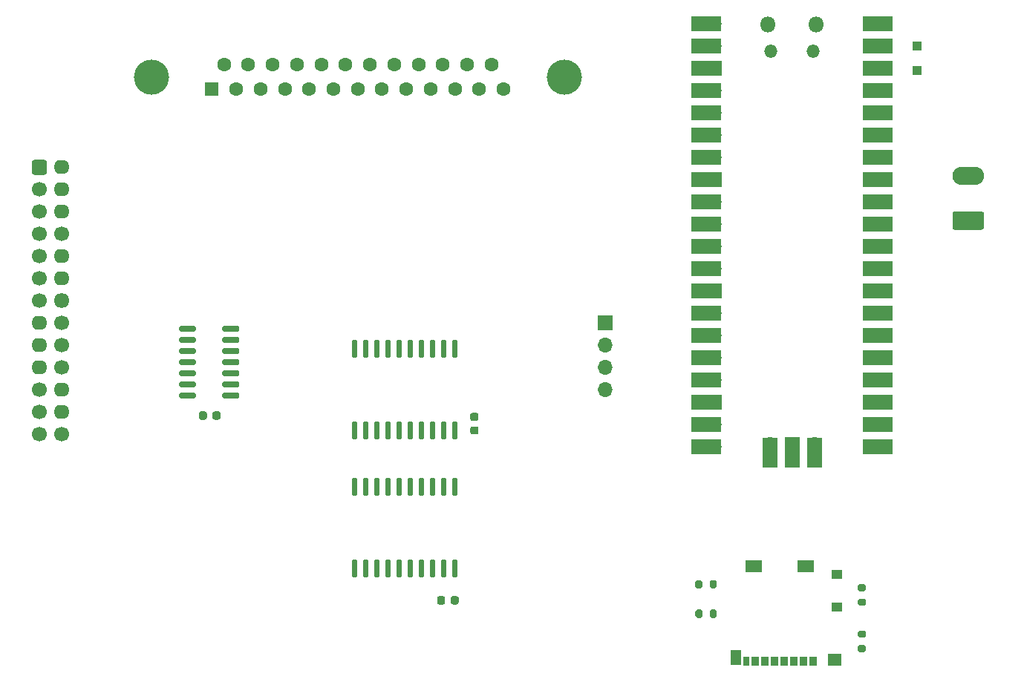
<source format=gbr>
%TF.GenerationSoftware,KiCad,Pcbnew,(5.1.10)-1*%
%TF.CreationDate,2021-08-27T13:44:28+02:00*%
%TF.ProjectId,Pico-profile,5069636f-2d70-4726-9f66-696c652e6b69,rev?*%
%TF.SameCoordinates,Original*%
%TF.FileFunction,Soldermask,Top*%
%TF.FilePolarity,Negative*%
%FSLAX46Y46*%
G04 Gerber Fmt 4.6, Leading zero omitted, Abs format (unit mm)*
G04 Created by KiCad (PCBNEW (5.1.10)-1) date 2021-08-27 13:44:28*
%MOMM*%
%LPD*%
G01*
G04 APERTURE LIST*
%ADD10R,1.100000X1.100000*%
%ADD11O,3.600000X2.080000*%
%ADD12C,1.700000*%
%ADD13O,1.800000X1.600000*%
%ADD14O,1.800000X1.650000*%
%ADD15C,4.000000*%
%ADD16C,1.600000*%
%ADD17R,1.600000X1.600000*%
%ADD18R,1.900000X1.350000*%
%ADD19R,1.200000X1.000000*%
%ADD20R,1.550000X1.350000*%
%ADD21R,1.170000X1.800000*%
%ADD22R,0.850000X1.100000*%
%ADD23R,0.750000X1.100000*%
%ADD24O,1.700000X1.700000*%
%ADD25R,1.700000X3.500000*%
%ADD26R,1.700000X1.700000*%
%ADD27O,1.500000X1.500000*%
%ADD28O,1.800000X1.800000*%
%ADD29R,3.500000X1.700000*%
G04 APERTURE END LIST*
D10*
%TO.C,D1*%
X206151480Y-64536320D03*
X206151480Y-61736320D03*
%TD*%
D11*
%TO.C,J5*%
X211957920Y-76565760D03*
G36*
G01*
X213507921Y-82685760D02*
X210407919Y-82685760D01*
G75*
G02*
X210157920Y-82435761I0J249999D01*
G01*
X210157920Y-80855759D01*
G75*
G02*
X210407919Y-80605760I249999J0D01*
G01*
X213507921Y-80605760D01*
G75*
G02*
X213757920Y-80855759I0J-249999D01*
G01*
X213757920Y-82435761D01*
G75*
G02*
X213507921Y-82685760I-249999J0D01*
G01*
G37*
%TD*%
D12*
%TO.C,J1*%
X108585000Y-106045000D03*
D13*
X108585000Y-103505000D03*
X108585000Y-100965000D03*
D12*
X108585000Y-98425000D03*
X108585000Y-95885000D03*
X108585000Y-93345000D03*
D14*
X108585000Y-90805000D03*
D13*
X108585000Y-88265000D03*
X108585000Y-85725000D03*
D12*
X108585000Y-83185000D03*
D13*
X108585000Y-80645000D03*
X108585000Y-78105000D03*
X108585000Y-75565000D03*
D12*
X106045000Y-106045000D03*
X106045000Y-103505000D03*
X106045000Y-100965000D03*
D13*
X106045000Y-98425000D03*
X106045000Y-95885000D03*
X106045000Y-93345000D03*
D12*
X106045000Y-90805000D03*
X106045000Y-88265000D03*
X106045000Y-85725000D03*
X106045000Y-83185000D03*
X106045000Y-80645000D03*
X106045000Y-78105000D03*
G36*
G01*
X105195000Y-76165000D02*
X105195000Y-74965000D01*
G75*
G02*
X105445000Y-74715000I250000J0D01*
G01*
X106645000Y-74715000D01*
G75*
G02*
X106895000Y-74965000I0J-250000D01*
G01*
X106895000Y-76165000D01*
G75*
G02*
X106645000Y-76415000I-250000J0D01*
G01*
X105445000Y-76415000D01*
G75*
G02*
X105195000Y-76165000I0J250000D01*
G01*
G37*
%TD*%
D15*
%TO.C,J2*%
X118800000Y-65255000D03*
X165900000Y-65255000D03*
D16*
X157585000Y-63835000D03*
X154815000Y-63835000D03*
X152045000Y-63835000D03*
X149275000Y-63835000D03*
X146505000Y-63835000D03*
X143735000Y-63835000D03*
X140965000Y-63835000D03*
X138195000Y-63835000D03*
X135425000Y-63835000D03*
X132655000Y-63835000D03*
X129885000Y-63835000D03*
X127115000Y-63835000D03*
X158970000Y-66675000D03*
X156200000Y-66675000D03*
X153430000Y-66675000D03*
X150660000Y-66675000D03*
X147890000Y-66675000D03*
X145120000Y-66675000D03*
X142350000Y-66675000D03*
X139580000Y-66675000D03*
X136810000Y-66675000D03*
X134040000Y-66675000D03*
X131270000Y-66675000D03*
X128500000Y-66675000D03*
D17*
X125730000Y-66675000D03*
%TD*%
%TO.C,U3*%
G36*
G01*
X153266000Y-120289000D02*
X153566000Y-120289000D01*
G75*
G02*
X153716000Y-120439000I0J-150000D01*
G01*
X153716000Y-122189000D01*
G75*
G02*
X153566000Y-122339000I-150000J0D01*
G01*
X153266000Y-122339000D01*
G75*
G02*
X153116000Y-122189000I0J150000D01*
G01*
X153116000Y-120439000D01*
G75*
G02*
X153266000Y-120289000I150000J0D01*
G01*
G37*
G36*
G01*
X151996000Y-120289000D02*
X152296000Y-120289000D01*
G75*
G02*
X152446000Y-120439000I0J-150000D01*
G01*
X152446000Y-122189000D01*
G75*
G02*
X152296000Y-122339000I-150000J0D01*
G01*
X151996000Y-122339000D01*
G75*
G02*
X151846000Y-122189000I0J150000D01*
G01*
X151846000Y-120439000D01*
G75*
G02*
X151996000Y-120289000I150000J0D01*
G01*
G37*
G36*
G01*
X150726000Y-120289000D02*
X151026000Y-120289000D01*
G75*
G02*
X151176000Y-120439000I0J-150000D01*
G01*
X151176000Y-122189000D01*
G75*
G02*
X151026000Y-122339000I-150000J0D01*
G01*
X150726000Y-122339000D01*
G75*
G02*
X150576000Y-122189000I0J150000D01*
G01*
X150576000Y-120439000D01*
G75*
G02*
X150726000Y-120289000I150000J0D01*
G01*
G37*
G36*
G01*
X149456000Y-120289000D02*
X149756000Y-120289000D01*
G75*
G02*
X149906000Y-120439000I0J-150000D01*
G01*
X149906000Y-122189000D01*
G75*
G02*
X149756000Y-122339000I-150000J0D01*
G01*
X149456000Y-122339000D01*
G75*
G02*
X149306000Y-122189000I0J150000D01*
G01*
X149306000Y-120439000D01*
G75*
G02*
X149456000Y-120289000I150000J0D01*
G01*
G37*
G36*
G01*
X148186000Y-120289000D02*
X148486000Y-120289000D01*
G75*
G02*
X148636000Y-120439000I0J-150000D01*
G01*
X148636000Y-122189000D01*
G75*
G02*
X148486000Y-122339000I-150000J0D01*
G01*
X148186000Y-122339000D01*
G75*
G02*
X148036000Y-122189000I0J150000D01*
G01*
X148036000Y-120439000D01*
G75*
G02*
X148186000Y-120289000I150000J0D01*
G01*
G37*
G36*
G01*
X146916000Y-120289000D02*
X147216000Y-120289000D01*
G75*
G02*
X147366000Y-120439000I0J-150000D01*
G01*
X147366000Y-122189000D01*
G75*
G02*
X147216000Y-122339000I-150000J0D01*
G01*
X146916000Y-122339000D01*
G75*
G02*
X146766000Y-122189000I0J150000D01*
G01*
X146766000Y-120439000D01*
G75*
G02*
X146916000Y-120289000I150000J0D01*
G01*
G37*
G36*
G01*
X145646000Y-120289000D02*
X145946000Y-120289000D01*
G75*
G02*
X146096000Y-120439000I0J-150000D01*
G01*
X146096000Y-122189000D01*
G75*
G02*
X145946000Y-122339000I-150000J0D01*
G01*
X145646000Y-122339000D01*
G75*
G02*
X145496000Y-122189000I0J150000D01*
G01*
X145496000Y-120439000D01*
G75*
G02*
X145646000Y-120289000I150000J0D01*
G01*
G37*
G36*
G01*
X144376000Y-120289000D02*
X144676000Y-120289000D01*
G75*
G02*
X144826000Y-120439000I0J-150000D01*
G01*
X144826000Y-122189000D01*
G75*
G02*
X144676000Y-122339000I-150000J0D01*
G01*
X144376000Y-122339000D01*
G75*
G02*
X144226000Y-122189000I0J150000D01*
G01*
X144226000Y-120439000D01*
G75*
G02*
X144376000Y-120289000I150000J0D01*
G01*
G37*
G36*
G01*
X143106000Y-120289000D02*
X143406000Y-120289000D01*
G75*
G02*
X143556000Y-120439000I0J-150000D01*
G01*
X143556000Y-122189000D01*
G75*
G02*
X143406000Y-122339000I-150000J0D01*
G01*
X143106000Y-122339000D01*
G75*
G02*
X142956000Y-122189000I0J150000D01*
G01*
X142956000Y-120439000D01*
G75*
G02*
X143106000Y-120289000I150000J0D01*
G01*
G37*
G36*
G01*
X141836000Y-120289000D02*
X142136000Y-120289000D01*
G75*
G02*
X142286000Y-120439000I0J-150000D01*
G01*
X142286000Y-122189000D01*
G75*
G02*
X142136000Y-122339000I-150000J0D01*
G01*
X141836000Y-122339000D01*
G75*
G02*
X141686000Y-122189000I0J150000D01*
G01*
X141686000Y-120439000D01*
G75*
G02*
X141836000Y-120289000I150000J0D01*
G01*
G37*
G36*
G01*
X141836000Y-110989000D02*
X142136000Y-110989000D01*
G75*
G02*
X142286000Y-111139000I0J-150000D01*
G01*
X142286000Y-112889000D01*
G75*
G02*
X142136000Y-113039000I-150000J0D01*
G01*
X141836000Y-113039000D01*
G75*
G02*
X141686000Y-112889000I0J150000D01*
G01*
X141686000Y-111139000D01*
G75*
G02*
X141836000Y-110989000I150000J0D01*
G01*
G37*
G36*
G01*
X143106000Y-110989000D02*
X143406000Y-110989000D01*
G75*
G02*
X143556000Y-111139000I0J-150000D01*
G01*
X143556000Y-112889000D01*
G75*
G02*
X143406000Y-113039000I-150000J0D01*
G01*
X143106000Y-113039000D01*
G75*
G02*
X142956000Y-112889000I0J150000D01*
G01*
X142956000Y-111139000D01*
G75*
G02*
X143106000Y-110989000I150000J0D01*
G01*
G37*
G36*
G01*
X144376000Y-110989000D02*
X144676000Y-110989000D01*
G75*
G02*
X144826000Y-111139000I0J-150000D01*
G01*
X144826000Y-112889000D01*
G75*
G02*
X144676000Y-113039000I-150000J0D01*
G01*
X144376000Y-113039000D01*
G75*
G02*
X144226000Y-112889000I0J150000D01*
G01*
X144226000Y-111139000D01*
G75*
G02*
X144376000Y-110989000I150000J0D01*
G01*
G37*
G36*
G01*
X145646000Y-110989000D02*
X145946000Y-110989000D01*
G75*
G02*
X146096000Y-111139000I0J-150000D01*
G01*
X146096000Y-112889000D01*
G75*
G02*
X145946000Y-113039000I-150000J0D01*
G01*
X145646000Y-113039000D01*
G75*
G02*
X145496000Y-112889000I0J150000D01*
G01*
X145496000Y-111139000D01*
G75*
G02*
X145646000Y-110989000I150000J0D01*
G01*
G37*
G36*
G01*
X146916000Y-110989000D02*
X147216000Y-110989000D01*
G75*
G02*
X147366000Y-111139000I0J-150000D01*
G01*
X147366000Y-112889000D01*
G75*
G02*
X147216000Y-113039000I-150000J0D01*
G01*
X146916000Y-113039000D01*
G75*
G02*
X146766000Y-112889000I0J150000D01*
G01*
X146766000Y-111139000D01*
G75*
G02*
X146916000Y-110989000I150000J0D01*
G01*
G37*
G36*
G01*
X148186000Y-110989000D02*
X148486000Y-110989000D01*
G75*
G02*
X148636000Y-111139000I0J-150000D01*
G01*
X148636000Y-112889000D01*
G75*
G02*
X148486000Y-113039000I-150000J0D01*
G01*
X148186000Y-113039000D01*
G75*
G02*
X148036000Y-112889000I0J150000D01*
G01*
X148036000Y-111139000D01*
G75*
G02*
X148186000Y-110989000I150000J0D01*
G01*
G37*
G36*
G01*
X149456000Y-110989000D02*
X149756000Y-110989000D01*
G75*
G02*
X149906000Y-111139000I0J-150000D01*
G01*
X149906000Y-112889000D01*
G75*
G02*
X149756000Y-113039000I-150000J0D01*
G01*
X149456000Y-113039000D01*
G75*
G02*
X149306000Y-112889000I0J150000D01*
G01*
X149306000Y-111139000D01*
G75*
G02*
X149456000Y-110989000I150000J0D01*
G01*
G37*
G36*
G01*
X150726000Y-110989000D02*
X151026000Y-110989000D01*
G75*
G02*
X151176000Y-111139000I0J-150000D01*
G01*
X151176000Y-112889000D01*
G75*
G02*
X151026000Y-113039000I-150000J0D01*
G01*
X150726000Y-113039000D01*
G75*
G02*
X150576000Y-112889000I0J150000D01*
G01*
X150576000Y-111139000D01*
G75*
G02*
X150726000Y-110989000I150000J0D01*
G01*
G37*
G36*
G01*
X151996000Y-110989000D02*
X152296000Y-110989000D01*
G75*
G02*
X152446000Y-111139000I0J-150000D01*
G01*
X152446000Y-112889000D01*
G75*
G02*
X152296000Y-113039000I-150000J0D01*
G01*
X151996000Y-113039000D01*
G75*
G02*
X151846000Y-112889000I0J150000D01*
G01*
X151846000Y-111139000D01*
G75*
G02*
X151996000Y-110989000I150000J0D01*
G01*
G37*
G36*
G01*
X153266000Y-110989000D02*
X153566000Y-110989000D01*
G75*
G02*
X153716000Y-111139000I0J-150000D01*
G01*
X153716000Y-112889000D01*
G75*
G02*
X153566000Y-113039000I-150000J0D01*
G01*
X153266000Y-113039000D01*
G75*
G02*
X153116000Y-112889000I0J150000D01*
G01*
X153116000Y-111139000D01*
G75*
G02*
X153266000Y-110989000I150000J0D01*
G01*
G37*
%TD*%
%TO.C,U2*%
G36*
G01*
X153266000Y-104541000D02*
X153566000Y-104541000D01*
G75*
G02*
X153716000Y-104691000I0J-150000D01*
G01*
X153716000Y-106441000D01*
G75*
G02*
X153566000Y-106591000I-150000J0D01*
G01*
X153266000Y-106591000D01*
G75*
G02*
X153116000Y-106441000I0J150000D01*
G01*
X153116000Y-104691000D01*
G75*
G02*
X153266000Y-104541000I150000J0D01*
G01*
G37*
G36*
G01*
X151996000Y-104541000D02*
X152296000Y-104541000D01*
G75*
G02*
X152446000Y-104691000I0J-150000D01*
G01*
X152446000Y-106441000D01*
G75*
G02*
X152296000Y-106591000I-150000J0D01*
G01*
X151996000Y-106591000D01*
G75*
G02*
X151846000Y-106441000I0J150000D01*
G01*
X151846000Y-104691000D01*
G75*
G02*
X151996000Y-104541000I150000J0D01*
G01*
G37*
G36*
G01*
X150726000Y-104541000D02*
X151026000Y-104541000D01*
G75*
G02*
X151176000Y-104691000I0J-150000D01*
G01*
X151176000Y-106441000D01*
G75*
G02*
X151026000Y-106591000I-150000J0D01*
G01*
X150726000Y-106591000D01*
G75*
G02*
X150576000Y-106441000I0J150000D01*
G01*
X150576000Y-104691000D01*
G75*
G02*
X150726000Y-104541000I150000J0D01*
G01*
G37*
G36*
G01*
X149456000Y-104541000D02*
X149756000Y-104541000D01*
G75*
G02*
X149906000Y-104691000I0J-150000D01*
G01*
X149906000Y-106441000D01*
G75*
G02*
X149756000Y-106591000I-150000J0D01*
G01*
X149456000Y-106591000D01*
G75*
G02*
X149306000Y-106441000I0J150000D01*
G01*
X149306000Y-104691000D01*
G75*
G02*
X149456000Y-104541000I150000J0D01*
G01*
G37*
G36*
G01*
X148186000Y-104541000D02*
X148486000Y-104541000D01*
G75*
G02*
X148636000Y-104691000I0J-150000D01*
G01*
X148636000Y-106441000D01*
G75*
G02*
X148486000Y-106591000I-150000J0D01*
G01*
X148186000Y-106591000D01*
G75*
G02*
X148036000Y-106441000I0J150000D01*
G01*
X148036000Y-104691000D01*
G75*
G02*
X148186000Y-104541000I150000J0D01*
G01*
G37*
G36*
G01*
X146916000Y-104541000D02*
X147216000Y-104541000D01*
G75*
G02*
X147366000Y-104691000I0J-150000D01*
G01*
X147366000Y-106441000D01*
G75*
G02*
X147216000Y-106591000I-150000J0D01*
G01*
X146916000Y-106591000D01*
G75*
G02*
X146766000Y-106441000I0J150000D01*
G01*
X146766000Y-104691000D01*
G75*
G02*
X146916000Y-104541000I150000J0D01*
G01*
G37*
G36*
G01*
X145646000Y-104541000D02*
X145946000Y-104541000D01*
G75*
G02*
X146096000Y-104691000I0J-150000D01*
G01*
X146096000Y-106441000D01*
G75*
G02*
X145946000Y-106591000I-150000J0D01*
G01*
X145646000Y-106591000D01*
G75*
G02*
X145496000Y-106441000I0J150000D01*
G01*
X145496000Y-104691000D01*
G75*
G02*
X145646000Y-104541000I150000J0D01*
G01*
G37*
G36*
G01*
X144376000Y-104541000D02*
X144676000Y-104541000D01*
G75*
G02*
X144826000Y-104691000I0J-150000D01*
G01*
X144826000Y-106441000D01*
G75*
G02*
X144676000Y-106591000I-150000J0D01*
G01*
X144376000Y-106591000D01*
G75*
G02*
X144226000Y-106441000I0J150000D01*
G01*
X144226000Y-104691000D01*
G75*
G02*
X144376000Y-104541000I150000J0D01*
G01*
G37*
G36*
G01*
X143106000Y-104541000D02*
X143406000Y-104541000D01*
G75*
G02*
X143556000Y-104691000I0J-150000D01*
G01*
X143556000Y-106441000D01*
G75*
G02*
X143406000Y-106591000I-150000J0D01*
G01*
X143106000Y-106591000D01*
G75*
G02*
X142956000Y-106441000I0J150000D01*
G01*
X142956000Y-104691000D01*
G75*
G02*
X143106000Y-104541000I150000J0D01*
G01*
G37*
G36*
G01*
X141836000Y-104541000D02*
X142136000Y-104541000D01*
G75*
G02*
X142286000Y-104691000I0J-150000D01*
G01*
X142286000Y-106441000D01*
G75*
G02*
X142136000Y-106591000I-150000J0D01*
G01*
X141836000Y-106591000D01*
G75*
G02*
X141686000Y-106441000I0J150000D01*
G01*
X141686000Y-104691000D01*
G75*
G02*
X141836000Y-104541000I150000J0D01*
G01*
G37*
G36*
G01*
X141836000Y-95241000D02*
X142136000Y-95241000D01*
G75*
G02*
X142286000Y-95391000I0J-150000D01*
G01*
X142286000Y-97141000D01*
G75*
G02*
X142136000Y-97291000I-150000J0D01*
G01*
X141836000Y-97291000D01*
G75*
G02*
X141686000Y-97141000I0J150000D01*
G01*
X141686000Y-95391000D01*
G75*
G02*
X141836000Y-95241000I150000J0D01*
G01*
G37*
G36*
G01*
X143106000Y-95241000D02*
X143406000Y-95241000D01*
G75*
G02*
X143556000Y-95391000I0J-150000D01*
G01*
X143556000Y-97141000D01*
G75*
G02*
X143406000Y-97291000I-150000J0D01*
G01*
X143106000Y-97291000D01*
G75*
G02*
X142956000Y-97141000I0J150000D01*
G01*
X142956000Y-95391000D01*
G75*
G02*
X143106000Y-95241000I150000J0D01*
G01*
G37*
G36*
G01*
X144376000Y-95241000D02*
X144676000Y-95241000D01*
G75*
G02*
X144826000Y-95391000I0J-150000D01*
G01*
X144826000Y-97141000D01*
G75*
G02*
X144676000Y-97291000I-150000J0D01*
G01*
X144376000Y-97291000D01*
G75*
G02*
X144226000Y-97141000I0J150000D01*
G01*
X144226000Y-95391000D01*
G75*
G02*
X144376000Y-95241000I150000J0D01*
G01*
G37*
G36*
G01*
X145646000Y-95241000D02*
X145946000Y-95241000D01*
G75*
G02*
X146096000Y-95391000I0J-150000D01*
G01*
X146096000Y-97141000D01*
G75*
G02*
X145946000Y-97291000I-150000J0D01*
G01*
X145646000Y-97291000D01*
G75*
G02*
X145496000Y-97141000I0J150000D01*
G01*
X145496000Y-95391000D01*
G75*
G02*
X145646000Y-95241000I150000J0D01*
G01*
G37*
G36*
G01*
X146916000Y-95241000D02*
X147216000Y-95241000D01*
G75*
G02*
X147366000Y-95391000I0J-150000D01*
G01*
X147366000Y-97141000D01*
G75*
G02*
X147216000Y-97291000I-150000J0D01*
G01*
X146916000Y-97291000D01*
G75*
G02*
X146766000Y-97141000I0J150000D01*
G01*
X146766000Y-95391000D01*
G75*
G02*
X146916000Y-95241000I150000J0D01*
G01*
G37*
G36*
G01*
X148186000Y-95241000D02*
X148486000Y-95241000D01*
G75*
G02*
X148636000Y-95391000I0J-150000D01*
G01*
X148636000Y-97141000D01*
G75*
G02*
X148486000Y-97291000I-150000J0D01*
G01*
X148186000Y-97291000D01*
G75*
G02*
X148036000Y-97141000I0J150000D01*
G01*
X148036000Y-95391000D01*
G75*
G02*
X148186000Y-95241000I150000J0D01*
G01*
G37*
G36*
G01*
X149456000Y-95241000D02*
X149756000Y-95241000D01*
G75*
G02*
X149906000Y-95391000I0J-150000D01*
G01*
X149906000Y-97141000D01*
G75*
G02*
X149756000Y-97291000I-150000J0D01*
G01*
X149456000Y-97291000D01*
G75*
G02*
X149306000Y-97141000I0J150000D01*
G01*
X149306000Y-95391000D01*
G75*
G02*
X149456000Y-95241000I150000J0D01*
G01*
G37*
G36*
G01*
X150726000Y-95241000D02*
X151026000Y-95241000D01*
G75*
G02*
X151176000Y-95391000I0J-150000D01*
G01*
X151176000Y-97141000D01*
G75*
G02*
X151026000Y-97291000I-150000J0D01*
G01*
X150726000Y-97291000D01*
G75*
G02*
X150576000Y-97141000I0J150000D01*
G01*
X150576000Y-95391000D01*
G75*
G02*
X150726000Y-95241000I150000J0D01*
G01*
G37*
G36*
G01*
X151996000Y-95241000D02*
X152296000Y-95241000D01*
G75*
G02*
X152446000Y-95391000I0J-150000D01*
G01*
X152446000Y-97141000D01*
G75*
G02*
X152296000Y-97291000I-150000J0D01*
G01*
X151996000Y-97291000D01*
G75*
G02*
X151846000Y-97141000I0J150000D01*
G01*
X151846000Y-95391000D01*
G75*
G02*
X151996000Y-95241000I150000J0D01*
G01*
G37*
G36*
G01*
X153266000Y-95241000D02*
X153566000Y-95241000D01*
G75*
G02*
X153716000Y-95391000I0J-150000D01*
G01*
X153716000Y-97141000D01*
G75*
G02*
X153566000Y-97291000I-150000J0D01*
G01*
X153266000Y-97291000D01*
G75*
G02*
X153116000Y-97141000I0J150000D01*
G01*
X153116000Y-95391000D01*
G75*
G02*
X153266000Y-95241000I150000J0D01*
G01*
G37*
%TD*%
D18*
%TO.C,J3*%
X187476400Y-121056400D03*
X193446400Y-121056400D03*
D19*
X196946400Y-125731400D03*
X196946400Y-122031400D03*
D20*
X196771400Y-131756400D03*
D21*
X185451400Y-131531400D03*
D22*
X187711400Y-131881400D03*
X188811400Y-131881400D03*
X189911400Y-131881400D03*
X191011400Y-131881400D03*
X192111400Y-131881400D03*
X193211400Y-131881400D03*
D23*
X186661400Y-131881400D03*
D22*
X194311400Y-131881400D03*
%TD*%
D24*
%TO.C,U7*%
X194411600Y-107212000D03*
D25*
X194411600Y-108112000D03*
D26*
X191871600Y-107212000D03*
D25*
X191871600Y-108112000D03*
D24*
X189331600Y-107212000D03*
D25*
X189331600Y-108112000D03*
D27*
X194296600Y-62342000D03*
X189446600Y-62342000D03*
D28*
X194596600Y-59312000D03*
X189146600Y-59312000D03*
D29*
X201661600Y-107442000D03*
X201661600Y-104902000D03*
X201661600Y-102362000D03*
X201661600Y-99822000D03*
X201661600Y-97282000D03*
X201661600Y-94742000D03*
X201661600Y-92202000D03*
X201661600Y-89662000D03*
X201661600Y-87122000D03*
X201661600Y-84582000D03*
X201661600Y-82042000D03*
X201661600Y-79502000D03*
X201661600Y-76962000D03*
X201661600Y-74422000D03*
X201661600Y-71882000D03*
X201661600Y-69342000D03*
X201661600Y-66802000D03*
X201661600Y-64262000D03*
X201661600Y-61722000D03*
X201661600Y-59182000D03*
X182081600Y-107442000D03*
X182081600Y-104902000D03*
X182081600Y-102362000D03*
X182081600Y-99822000D03*
X182081600Y-97282000D03*
X182081600Y-94742000D03*
X182081600Y-92202000D03*
X182081600Y-89662000D03*
X182081600Y-87122000D03*
X182081600Y-84582000D03*
X182081600Y-82042000D03*
X182081600Y-79502000D03*
X182081600Y-76962000D03*
X182081600Y-74422000D03*
X182081600Y-71882000D03*
X182081600Y-69342000D03*
X182081600Y-66802000D03*
X182081600Y-64262000D03*
X182081600Y-61722000D03*
X182081600Y-59182000D03*
D24*
X200761600Y-59182000D03*
X200761600Y-61722000D03*
D26*
X200761600Y-64262000D03*
D24*
X200761600Y-66802000D03*
X200761600Y-69342000D03*
X200761600Y-71882000D03*
X200761600Y-74422000D03*
D26*
X200761600Y-76962000D03*
D24*
X200761600Y-79502000D03*
X200761600Y-82042000D03*
X200761600Y-84582000D03*
X200761600Y-87122000D03*
D26*
X200761600Y-89662000D03*
D24*
X200761600Y-92202000D03*
X200761600Y-94742000D03*
X200761600Y-97282000D03*
X200761600Y-99822000D03*
D26*
X200761600Y-102362000D03*
D24*
X200761600Y-104902000D03*
X200761600Y-107442000D03*
X182981600Y-107442000D03*
X182981600Y-104902000D03*
D26*
X182981600Y-102362000D03*
D24*
X182981600Y-99822000D03*
X182981600Y-97282000D03*
X182981600Y-94742000D03*
X182981600Y-92202000D03*
D26*
X182981600Y-89662000D03*
D24*
X182981600Y-87122000D03*
X182981600Y-84582000D03*
X182981600Y-82042000D03*
X182981600Y-79502000D03*
D26*
X182981600Y-76962000D03*
D24*
X182981600Y-74422000D03*
X182981600Y-71882000D03*
X182981600Y-69342000D03*
X182981600Y-66802000D03*
D26*
X182981600Y-64262000D03*
D24*
X182981600Y-61722000D03*
X182981600Y-59182000D03*
%TD*%
%TO.C,U1*%
G36*
G01*
X123911000Y-101450000D02*
X123911000Y-101750000D01*
G75*
G02*
X123761000Y-101900000I-150000J0D01*
G01*
X122111000Y-101900000D01*
G75*
G02*
X121961000Y-101750000I0J150000D01*
G01*
X121961000Y-101450000D01*
G75*
G02*
X122111000Y-101300000I150000J0D01*
G01*
X123761000Y-101300000D01*
G75*
G02*
X123911000Y-101450000I0J-150000D01*
G01*
G37*
G36*
G01*
X123911000Y-100180000D02*
X123911000Y-100480000D01*
G75*
G02*
X123761000Y-100630000I-150000J0D01*
G01*
X122111000Y-100630000D01*
G75*
G02*
X121961000Y-100480000I0J150000D01*
G01*
X121961000Y-100180000D01*
G75*
G02*
X122111000Y-100030000I150000J0D01*
G01*
X123761000Y-100030000D01*
G75*
G02*
X123911000Y-100180000I0J-150000D01*
G01*
G37*
G36*
G01*
X123911000Y-98910000D02*
X123911000Y-99210000D01*
G75*
G02*
X123761000Y-99360000I-150000J0D01*
G01*
X122111000Y-99360000D01*
G75*
G02*
X121961000Y-99210000I0J150000D01*
G01*
X121961000Y-98910000D01*
G75*
G02*
X122111000Y-98760000I150000J0D01*
G01*
X123761000Y-98760000D01*
G75*
G02*
X123911000Y-98910000I0J-150000D01*
G01*
G37*
G36*
G01*
X123911000Y-97640000D02*
X123911000Y-97940000D01*
G75*
G02*
X123761000Y-98090000I-150000J0D01*
G01*
X122111000Y-98090000D01*
G75*
G02*
X121961000Y-97940000I0J150000D01*
G01*
X121961000Y-97640000D01*
G75*
G02*
X122111000Y-97490000I150000J0D01*
G01*
X123761000Y-97490000D01*
G75*
G02*
X123911000Y-97640000I0J-150000D01*
G01*
G37*
G36*
G01*
X123911000Y-96370000D02*
X123911000Y-96670000D01*
G75*
G02*
X123761000Y-96820000I-150000J0D01*
G01*
X122111000Y-96820000D01*
G75*
G02*
X121961000Y-96670000I0J150000D01*
G01*
X121961000Y-96370000D01*
G75*
G02*
X122111000Y-96220000I150000J0D01*
G01*
X123761000Y-96220000D01*
G75*
G02*
X123911000Y-96370000I0J-150000D01*
G01*
G37*
G36*
G01*
X123911000Y-95100000D02*
X123911000Y-95400000D01*
G75*
G02*
X123761000Y-95550000I-150000J0D01*
G01*
X122111000Y-95550000D01*
G75*
G02*
X121961000Y-95400000I0J150000D01*
G01*
X121961000Y-95100000D01*
G75*
G02*
X122111000Y-94950000I150000J0D01*
G01*
X123761000Y-94950000D01*
G75*
G02*
X123911000Y-95100000I0J-150000D01*
G01*
G37*
G36*
G01*
X123911000Y-93830000D02*
X123911000Y-94130000D01*
G75*
G02*
X123761000Y-94280000I-150000J0D01*
G01*
X122111000Y-94280000D01*
G75*
G02*
X121961000Y-94130000I0J150000D01*
G01*
X121961000Y-93830000D01*
G75*
G02*
X122111000Y-93680000I150000J0D01*
G01*
X123761000Y-93680000D01*
G75*
G02*
X123911000Y-93830000I0J-150000D01*
G01*
G37*
G36*
G01*
X128861000Y-93830000D02*
X128861000Y-94130000D01*
G75*
G02*
X128711000Y-94280000I-150000J0D01*
G01*
X127061000Y-94280000D01*
G75*
G02*
X126911000Y-94130000I0J150000D01*
G01*
X126911000Y-93830000D01*
G75*
G02*
X127061000Y-93680000I150000J0D01*
G01*
X128711000Y-93680000D01*
G75*
G02*
X128861000Y-93830000I0J-150000D01*
G01*
G37*
G36*
G01*
X128861000Y-95100000D02*
X128861000Y-95400000D01*
G75*
G02*
X128711000Y-95550000I-150000J0D01*
G01*
X127061000Y-95550000D01*
G75*
G02*
X126911000Y-95400000I0J150000D01*
G01*
X126911000Y-95100000D01*
G75*
G02*
X127061000Y-94950000I150000J0D01*
G01*
X128711000Y-94950000D01*
G75*
G02*
X128861000Y-95100000I0J-150000D01*
G01*
G37*
G36*
G01*
X128861000Y-96370000D02*
X128861000Y-96670000D01*
G75*
G02*
X128711000Y-96820000I-150000J0D01*
G01*
X127061000Y-96820000D01*
G75*
G02*
X126911000Y-96670000I0J150000D01*
G01*
X126911000Y-96370000D01*
G75*
G02*
X127061000Y-96220000I150000J0D01*
G01*
X128711000Y-96220000D01*
G75*
G02*
X128861000Y-96370000I0J-150000D01*
G01*
G37*
G36*
G01*
X128861000Y-97640000D02*
X128861000Y-97940000D01*
G75*
G02*
X128711000Y-98090000I-150000J0D01*
G01*
X127061000Y-98090000D01*
G75*
G02*
X126911000Y-97940000I0J150000D01*
G01*
X126911000Y-97640000D01*
G75*
G02*
X127061000Y-97490000I150000J0D01*
G01*
X128711000Y-97490000D01*
G75*
G02*
X128861000Y-97640000I0J-150000D01*
G01*
G37*
G36*
G01*
X128861000Y-98910000D02*
X128861000Y-99210000D01*
G75*
G02*
X128711000Y-99360000I-150000J0D01*
G01*
X127061000Y-99360000D01*
G75*
G02*
X126911000Y-99210000I0J150000D01*
G01*
X126911000Y-98910000D01*
G75*
G02*
X127061000Y-98760000I150000J0D01*
G01*
X128711000Y-98760000D01*
G75*
G02*
X128861000Y-98910000I0J-150000D01*
G01*
G37*
G36*
G01*
X128861000Y-100180000D02*
X128861000Y-100480000D01*
G75*
G02*
X128711000Y-100630000I-150000J0D01*
G01*
X127061000Y-100630000D01*
G75*
G02*
X126911000Y-100480000I0J150000D01*
G01*
X126911000Y-100180000D01*
G75*
G02*
X127061000Y-100030000I150000J0D01*
G01*
X128711000Y-100030000D01*
G75*
G02*
X128861000Y-100180000I0J-150000D01*
G01*
G37*
G36*
G01*
X128861000Y-101450000D02*
X128861000Y-101750000D01*
G75*
G02*
X128711000Y-101900000I-150000J0D01*
G01*
X127061000Y-101900000D01*
G75*
G02*
X126911000Y-101750000I0J150000D01*
G01*
X126911000Y-101450000D01*
G75*
G02*
X127061000Y-101300000I150000J0D01*
G01*
X128711000Y-101300000D01*
G75*
G02*
X128861000Y-101450000I0J-150000D01*
G01*
G37*
%TD*%
%TO.C,R5*%
G36*
G01*
X181642200Y-126217000D02*
X181642200Y-126767000D01*
G75*
G02*
X181442200Y-126967000I-200000J0D01*
G01*
X181042200Y-126967000D01*
G75*
G02*
X180842200Y-126767000I0J200000D01*
G01*
X180842200Y-126217000D01*
G75*
G02*
X181042200Y-126017000I200000J0D01*
G01*
X181442200Y-126017000D01*
G75*
G02*
X181642200Y-126217000I0J-200000D01*
G01*
G37*
G36*
G01*
X183292200Y-126217000D02*
X183292200Y-126767000D01*
G75*
G02*
X183092200Y-126967000I-200000J0D01*
G01*
X182692200Y-126967000D01*
G75*
G02*
X182492200Y-126767000I0J200000D01*
G01*
X182492200Y-126217000D01*
G75*
G02*
X182692200Y-126017000I200000J0D01*
G01*
X183092200Y-126017000D01*
G75*
G02*
X183292200Y-126217000I0J-200000D01*
G01*
G37*
%TD*%
%TO.C,R4*%
G36*
G01*
X181630000Y-122864200D02*
X181630000Y-123414200D01*
G75*
G02*
X181430000Y-123614200I-200000J0D01*
G01*
X181030000Y-123614200D01*
G75*
G02*
X180830000Y-123414200I0J200000D01*
G01*
X180830000Y-122864200D01*
G75*
G02*
X181030000Y-122664200I200000J0D01*
G01*
X181430000Y-122664200D01*
G75*
G02*
X181630000Y-122864200I0J-200000D01*
G01*
G37*
G36*
G01*
X183280000Y-122864200D02*
X183280000Y-123414200D01*
G75*
G02*
X183080000Y-123614200I-200000J0D01*
G01*
X182680000Y-123614200D01*
G75*
G02*
X182480000Y-123414200I0J200000D01*
G01*
X182480000Y-122864200D01*
G75*
G02*
X182680000Y-122664200I200000J0D01*
G01*
X183080000Y-122664200D01*
G75*
G02*
X183280000Y-122864200I0J-200000D01*
G01*
G37*
%TD*%
%TO.C,R3*%
G36*
G01*
X199560000Y-124783400D02*
X200110000Y-124783400D01*
G75*
G02*
X200310000Y-124983400I0J-200000D01*
G01*
X200310000Y-125383400D01*
G75*
G02*
X200110000Y-125583400I-200000J0D01*
G01*
X199560000Y-125583400D01*
G75*
G02*
X199360000Y-125383400I0J200000D01*
G01*
X199360000Y-124983400D01*
G75*
G02*
X199560000Y-124783400I200000J0D01*
G01*
G37*
G36*
G01*
X199560000Y-123133400D02*
X200110000Y-123133400D01*
G75*
G02*
X200310000Y-123333400I0J-200000D01*
G01*
X200310000Y-123733400D01*
G75*
G02*
X200110000Y-123933400I-200000J0D01*
G01*
X199560000Y-123933400D01*
G75*
G02*
X199360000Y-123733400I0J200000D01*
G01*
X199360000Y-123333400D01*
G75*
G02*
X199560000Y-123133400I200000J0D01*
G01*
G37*
%TD*%
%TO.C,R2*%
G36*
G01*
X199572200Y-130066600D02*
X200122200Y-130066600D01*
G75*
G02*
X200322200Y-130266600I0J-200000D01*
G01*
X200322200Y-130666600D01*
G75*
G02*
X200122200Y-130866600I-200000J0D01*
G01*
X199572200Y-130866600D01*
G75*
G02*
X199372200Y-130666600I0J200000D01*
G01*
X199372200Y-130266600D01*
G75*
G02*
X199572200Y-130066600I200000J0D01*
G01*
G37*
G36*
G01*
X199572200Y-128416600D02*
X200122200Y-128416600D01*
G75*
G02*
X200322200Y-128616600I0J-200000D01*
G01*
X200322200Y-129016600D01*
G75*
G02*
X200122200Y-129216600I-200000J0D01*
G01*
X199572200Y-129216600D01*
G75*
G02*
X199372200Y-129016600I0J200000D01*
G01*
X199372200Y-128616600D01*
G75*
G02*
X199572200Y-128416600I200000J0D01*
G01*
G37*
%TD*%
%TO.C,J4*%
X170535600Y-100888800D03*
X170535600Y-98348800D03*
X170535600Y-95808800D03*
D26*
X170535600Y-93268800D03*
%TD*%
%TO.C,C6*%
G36*
G01*
X152316000Y-124718000D02*
X152316000Y-125218000D01*
G75*
G02*
X152091000Y-125443000I-225000J0D01*
G01*
X151641000Y-125443000D01*
G75*
G02*
X151416000Y-125218000I0J225000D01*
G01*
X151416000Y-124718000D01*
G75*
G02*
X151641000Y-124493000I225000J0D01*
G01*
X152091000Y-124493000D01*
G75*
G02*
X152316000Y-124718000I0J-225000D01*
G01*
G37*
G36*
G01*
X153866000Y-124718000D02*
X153866000Y-125218000D01*
G75*
G02*
X153641000Y-125443000I-225000J0D01*
G01*
X153191000Y-125443000D01*
G75*
G02*
X152966000Y-125218000I0J225000D01*
G01*
X152966000Y-124718000D01*
G75*
G02*
X153191000Y-124493000I225000J0D01*
G01*
X153641000Y-124493000D01*
G75*
G02*
X153866000Y-124718000I0J-225000D01*
G01*
G37*
%TD*%
%TO.C,C3*%
G36*
G01*
X155901200Y-104488400D02*
X155401200Y-104488400D01*
G75*
G02*
X155176200Y-104263400I0J225000D01*
G01*
X155176200Y-103813400D01*
G75*
G02*
X155401200Y-103588400I225000J0D01*
G01*
X155901200Y-103588400D01*
G75*
G02*
X156126200Y-103813400I0J-225000D01*
G01*
X156126200Y-104263400D01*
G75*
G02*
X155901200Y-104488400I-225000J0D01*
G01*
G37*
G36*
G01*
X155901200Y-106038400D02*
X155401200Y-106038400D01*
G75*
G02*
X155176200Y-105813400I0J225000D01*
G01*
X155176200Y-105363400D01*
G75*
G02*
X155401200Y-105138400I225000J0D01*
G01*
X155901200Y-105138400D01*
G75*
G02*
X156126200Y-105363400I0J-225000D01*
G01*
X156126200Y-105813400D01*
G75*
G02*
X155901200Y-106038400I-225000J0D01*
G01*
G37*
%TD*%
%TO.C,C1*%
G36*
G01*
X125801000Y-104136000D02*
X125801000Y-103636000D01*
G75*
G02*
X126026000Y-103411000I225000J0D01*
G01*
X126476000Y-103411000D01*
G75*
G02*
X126701000Y-103636000I0J-225000D01*
G01*
X126701000Y-104136000D01*
G75*
G02*
X126476000Y-104361000I-225000J0D01*
G01*
X126026000Y-104361000D01*
G75*
G02*
X125801000Y-104136000I0J225000D01*
G01*
G37*
G36*
G01*
X124251000Y-104136000D02*
X124251000Y-103636000D01*
G75*
G02*
X124476000Y-103411000I225000J0D01*
G01*
X124926000Y-103411000D01*
G75*
G02*
X125151000Y-103636000I0J-225000D01*
G01*
X125151000Y-104136000D01*
G75*
G02*
X124926000Y-104361000I-225000J0D01*
G01*
X124476000Y-104361000D01*
G75*
G02*
X124251000Y-104136000I0J225000D01*
G01*
G37*
%TD*%
M02*

</source>
